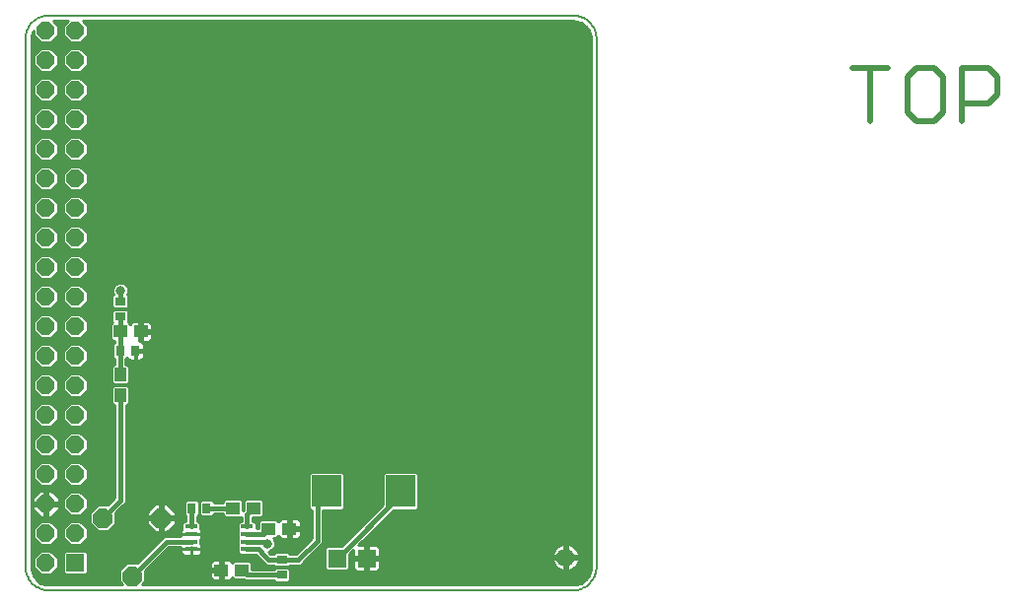
<source format=gtl>
G75*
G70*
%OFA0B0*%
%FSLAX24Y24*%
%IPPOS*%
%LPD*%
%AMOC8*
5,1,8,0,0,1.08239X$1,22.5*
%
%ADD10C,0.0200*%
%ADD11C,0.0079*%
%ADD12R,0.0402X0.0161*%
%ADD13R,0.0354X0.0276*%
%ADD14R,0.0450X0.0400*%
%ADD15R,0.0276X0.0354*%
%ADD16R,0.0400X0.0450*%
%ADD17OC8,0.0660*%
%ADD18R,0.1004X0.1063*%
%ADD19R,0.0594X0.0594*%
%ADD20OC8,0.0600*%
%ADD21R,0.0600X0.0600*%
%ADD22C,0.0620*%
%ADD23C,0.0100*%
%ADD24C,0.0320*%
%ADD25C,0.0160*%
D10*
X028701Y016058D02*
X028701Y017860D01*
X029301Y017860D02*
X028100Y017860D01*
X029942Y017560D02*
X029942Y016359D01*
X030242Y016058D01*
X030842Y016058D01*
X031143Y016359D01*
X031143Y017560D01*
X030842Y017860D01*
X030242Y017860D01*
X029942Y017560D01*
X031783Y017860D02*
X032684Y017860D01*
X032984Y017560D01*
X032984Y016959D01*
X032684Y016659D01*
X031783Y016659D01*
X031783Y016058D02*
X031783Y017860D01*
D11*
X019441Y018860D02*
X019441Y000986D01*
X019439Y000932D01*
X019434Y000879D01*
X019425Y000826D01*
X019412Y000774D01*
X019396Y000722D01*
X019376Y000672D01*
X019353Y000624D01*
X019326Y000577D01*
X019297Y000532D01*
X019264Y000489D01*
X019229Y000449D01*
X019191Y000411D01*
X019151Y000376D01*
X019108Y000343D01*
X019063Y000314D01*
X019016Y000287D01*
X018968Y000264D01*
X018918Y000244D01*
X018866Y000228D01*
X018814Y000215D01*
X018761Y000206D01*
X018708Y000201D01*
X018654Y000199D01*
X018654Y000198D02*
X000937Y000198D01*
X000937Y000199D02*
X000883Y000201D01*
X000830Y000206D01*
X000777Y000215D01*
X000725Y000228D01*
X000673Y000244D01*
X000623Y000264D01*
X000575Y000287D01*
X000528Y000314D01*
X000483Y000343D01*
X000440Y000376D01*
X000400Y000411D01*
X000362Y000449D01*
X000327Y000489D01*
X000294Y000532D01*
X000265Y000577D01*
X000238Y000624D01*
X000215Y000672D01*
X000195Y000722D01*
X000179Y000774D01*
X000166Y000826D01*
X000157Y000879D01*
X000152Y000932D01*
X000150Y000986D01*
X000150Y018860D01*
X000152Y018914D01*
X000157Y018967D01*
X000166Y019020D01*
X000179Y019072D01*
X000195Y019124D01*
X000215Y019174D01*
X000238Y019222D01*
X000265Y019269D01*
X000294Y019314D01*
X000327Y019357D01*
X000362Y019397D01*
X000400Y019435D01*
X000440Y019470D01*
X000483Y019503D01*
X000528Y019532D01*
X000575Y019559D01*
X000623Y019582D01*
X000673Y019602D01*
X000725Y019618D01*
X000777Y019631D01*
X000830Y019640D01*
X000883Y019645D01*
X000937Y019647D01*
X018654Y019647D01*
X018708Y019645D01*
X018761Y019640D01*
X018814Y019631D01*
X018866Y019618D01*
X018918Y019602D01*
X018968Y019582D01*
X019016Y019559D01*
X019063Y019532D01*
X019108Y019503D01*
X019151Y019470D01*
X019191Y019435D01*
X019229Y019397D01*
X019264Y019357D01*
X019297Y019314D01*
X019326Y019269D01*
X019353Y019222D01*
X019376Y019174D01*
X019396Y019124D01*
X019412Y019072D01*
X019425Y019020D01*
X019434Y018967D01*
X019439Y018914D01*
X019441Y018860D01*
D12*
X007635Y002357D03*
X007635Y002101D03*
X007635Y001845D03*
X007635Y001589D03*
X005745Y001589D03*
X005745Y001845D03*
X005745Y002101D03*
X005745Y002357D03*
D13*
X008812Y001239D03*
X008812Y000728D03*
X003347Y009459D03*
X003347Y009971D03*
D14*
X003350Y008955D03*
X004050Y008955D03*
X007162Y002983D03*
X007862Y002983D03*
X008362Y002283D03*
X009062Y002283D03*
X007462Y000883D03*
X006762Y000883D03*
D15*
X006268Y002983D03*
X005756Y002983D03*
X003856Y008305D03*
X003344Y008305D03*
D16*
X003356Y007498D03*
X003356Y006798D03*
D17*
X002760Y002651D03*
X004728Y002651D03*
X003744Y000683D03*
D18*
X010320Y003557D03*
X012820Y003557D03*
D19*
X011674Y001285D03*
X010674Y001285D03*
D20*
X001829Y002134D03*
X000829Y002134D03*
X000829Y001134D03*
X000829Y003134D03*
X001829Y003134D03*
X001829Y004134D03*
X000829Y004134D03*
X000829Y005134D03*
X001829Y005134D03*
X001829Y006134D03*
X000829Y006134D03*
X000829Y007134D03*
X001829Y007134D03*
X001829Y008134D03*
X000829Y008134D03*
X000829Y009134D03*
X001829Y009134D03*
X001829Y010134D03*
X000829Y010134D03*
X000829Y011134D03*
X001829Y011134D03*
X001829Y012134D03*
X000829Y012134D03*
X000829Y013134D03*
X001829Y013134D03*
X001829Y014134D03*
X000829Y014134D03*
X000829Y015134D03*
X001829Y015134D03*
X001829Y016134D03*
X000829Y016134D03*
X000829Y017134D03*
X001829Y017134D03*
X001829Y018134D03*
X000829Y018134D03*
X000829Y019134D03*
X001829Y019134D03*
D21*
X001829Y001134D03*
D22*
X018399Y001317D03*
D23*
X000515Y000563D02*
X000405Y000714D01*
X000347Y000892D01*
X000339Y000986D01*
X000339Y018860D01*
X000347Y018953D01*
X000405Y019131D01*
X000419Y019152D01*
X000419Y018965D01*
X000660Y018724D01*
X000999Y018724D01*
X001239Y018965D01*
X001239Y019304D01*
X001086Y019458D01*
X001573Y019458D01*
X001419Y019304D01*
X001419Y018965D01*
X001660Y018724D01*
X001999Y018724D01*
X002239Y018965D01*
X002239Y019304D01*
X002086Y019458D01*
X018654Y019458D01*
X018747Y019451D01*
X018925Y019393D01*
X019077Y019283D01*
X019187Y019131D01*
X019245Y018953D01*
X019252Y018860D01*
X019252Y000986D01*
X019245Y000892D01*
X019187Y000714D01*
X019077Y000563D01*
X018925Y000453D01*
X018747Y000395D01*
X018654Y000388D01*
X004072Y000388D01*
X004184Y000500D01*
X004184Y000854D01*
X004985Y001655D01*
X005395Y001655D01*
X005395Y001589D01*
X005395Y001489D01*
X005405Y001451D01*
X005425Y001416D01*
X005452Y001388D01*
X005487Y001369D01*
X005525Y001358D01*
X005745Y001358D01*
X005745Y001589D01*
X005395Y001589D01*
X005745Y001589D01*
X005745Y001589D01*
X005745Y001589D01*
X005745Y001654D01*
X005745Y001654D01*
X005745Y001589D01*
X005745Y001589D01*
X005745Y001358D01*
X005966Y001358D01*
X006004Y001369D01*
X006038Y001388D01*
X006066Y001416D01*
X006086Y001451D01*
X006096Y001489D01*
X006096Y001589D01*
X005745Y001589D01*
X005745Y001589D01*
X006096Y001589D01*
X006096Y001690D01*
X006086Y001728D01*
X006066Y001762D01*
X006056Y001772D01*
X006056Y001918D01*
X006066Y001928D01*
X006086Y001962D01*
X006096Y002000D01*
X006096Y002101D01*
X006096Y002201D01*
X006086Y002240D01*
X006066Y002274D01*
X006056Y002284D01*
X006056Y002483D01*
X005992Y002548D01*
X005946Y002548D01*
X005946Y002703D01*
X006004Y002761D01*
X006004Y003206D01*
X005940Y003271D01*
X005573Y003271D01*
X005509Y003206D01*
X005509Y002761D01*
X005566Y002703D01*
X005566Y002548D01*
X005499Y002548D01*
X005435Y002483D01*
X005435Y002284D01*
X005425Y002274D01*
X005405Y002240D01*
X005395Y002201D01*
X005395Y002101D01*
X005745Y002101D01*
X005745Y002101D01*
X005395Y002101D01*
X005395Y002035D01*
X004828Y002035D01*
X003916Y001123D01*
X003562Y001123D01*
X003304Y000865D01*
X003304Y000500D01*
X003417Y000388D01*
X000937Y000388D01*
X000844Y000395D01*
X000666Y000453D01*
X000515Y000563D01*
X000493Y000592D02*
X003304Y000592D01*
X003311Y000494D02*
X000610Y000494D01*
X000660Y000724D02*
X000999Y000724D01*
X001239Y000965D01*
X001239Y001304D01*
X000999Y001544D01*
X000660Y001544D01*
X000419Y001304D01*
X000419Y000965D01*
X000660Y000724D01*
X000595Y000789D02*
X000380Y000789D01*
X000348Y000888D02*
X000496Y000888D01*
X000419Y000986D02*
X000339Y000986D01*
X000339Y001085D02*
X000419Y001085D01*
X000419Y001183D02*
X000339Y001183D01*
X000339Y001282D02*
X000419Y001282D01*
X000496Y001380D02*
X000339Y001380D01*
X000339Y001479D02*
X000594Y001479D01*
X000660Y001724D02*
X000999Y001724D01*
X001239Y001965D01*
X001239Y002304D01*
X000999Y002544D01*
X000660Y002544D01*
X000419Y002304D01*
X000419Y001965D01*
X000660Y001724D01*
X000610Y001774D02*
X000339Y001774D01*
X000339Y001676D02*
X004469Y001676D01*
X004567Y001774D02*
X002049Y001774D01*
X001999Y001724D02*
X002239Y001965D01*
X002239Y002304D01*
X001999Y002544D01*
X001660Y002544D01*
X001419Y002304D01*
X001419Y001965D01*
X001660Y001724D01*
X001999Y001724D01*
X002148Y001873D02*
X004666Y001873D01*
X004764Y001971D02*
X002239Y001971D01*
X002239Y002070D02*
X005395Y002070D01*
X005395Y002168D02*
X002239Y002168D01*
X002239Y002267D02*
X002522Y002267D01*
X002578Y002211D02*
X002942Y002211D01*
X003200Y002469D01*
X003200Y002823D01*
X003435Y003058D01*
X003546Y003169D01*
X003546Y006463D01*
X003602Y006463D01*
X003666Y006528D01*
X003666Y007069D01*
X003602Y007133D01*
X003111Y007133D01*
X003046Y007069D01*
X003046Y006528D01*
X003111Y006463D01*
X003166Y006463D01*
X003166Y003326D01*
X002931Y003091D01*
X002578Y003091D01*
X002320Y002833D01*
X002320Y002469D01*
X002578Y002211D01*
X002424Y002365D02*
X002178Y002365D01*
X002080Y002464D02*
X002325Y002464D01*
X002320Y002562D02*
X000339Y002562D01*
X000339Y002464D02*
X000579Y002464D01*
X000481Y002365D02*
X000339Y002365D01*
X000339Y002267D02*
X000419Y002267D01*
X000419Y002168D02*
X000339Y002168D01*
X000339Y002070D02*
X000419Y002070D01*
X000419Y001971D02*
X000339Y001971D01*
X000339Y001873D02*
X000511Y001873D01*
X001049Y001774D02*
X001610Y001774D01*
X001511Y001873D02*
X001148Y001873D01*
X001239Y001971D02*
X001419Y001971D01*
X001419Y002070D02*
X001239Y002070D01*
X001239Y002168D02*
X001419Y002168D01*
X001419Y002267D02*
X001239Y002267D01*
X001178Y002365D02*
X001481Y002365D01*
X001579Y002464D02*
X001080Y002464D01*
X001016Y002684D02*
X001279Y002948D01*
X001279Y003084D01*
X000879Y003084D01*
X000879Y002684D01*
X001016Y002684D01*
X001091Y002759D02*
X001625Y002759D01*
X001660Y002724D02*
X001999Y002724D01*
X002239Y002965D01*
X002239Y003304D01*
X001999Y003544D01*
X001660Y003544D01*
X001419Y003304D01*
X001419Y002965D01*
X001660Y002724D01*
X001526Y002858D02*
X001189Y002858D01*
X001279Y002956D02*
X001428Y002956D01*
X001419Y003055D02*
X001279Y003055D01*
X001279Y003184D02*
X001279Y003321D01*
X001016Y003584D01*
X000879Y003584D01*
X000879Y003185D01*
X000779Y003185D01*
X000779Y003584D01*
X000643Y003584D01*
X000379Y003321D01*
X000379Y003184D01*
X000779Y003184D01*
X000779Y003084D01*
X000379Y003084D01*
X000379Y002948D01*
X000643Y002684D01*
X000779Y002684D01*
X000779Y003084D01*
X000879Y003084D01*
X000879Y003184D01*
X001279Y003184D01*
X001279Y003252D02*
X001419Y003252D01*
X001419Y003153D02*
X000879Y003153D01*
X000879Y003055D02*
X000779Y003055D01*
X000779Y003153D02*
X000339Y003153D01*
X000339Y003055D02*
X000379Y003055D01*
X000379Y002956D02*
X000339Y002956D01*
X000339Y002858D02*
X000470Y002858D01*
X000568Y002759D02*
X000339Y002759D01*
X000339Y002661D02*
X002320Y002661D01*
X002320Y002759D02*
X002034Y002759D01*
X002133Y002858D02*
X002344Y002858D01*
X002443Y002956D02*
X002231Y002956D01*
X002239Y003055D02*
X002541Y003055D01*
X002239Y003153D02*
X002993Y003153D01*
X003092Y003252D02*
X002239Y003252D01*
X002193Y003350D02*
X003166Y003350D01*
X003166Y003449D02*
X002095Y003449D01*
X001999Y003724D02*
X001660Y003724D01*
X001419Y003965D01*
X001419Y004304D01*
X001660Y004544D01*
X001999Y004544D01*
X002239Y004304D01*
X002239Y003965D01*
X001999Y003724D01*
X002019Y003744D02*
X003166Y003744D01*
X003166Y003646D02*
X000339Y003646D01*
X000339Y003744D02*
X000640Y003744D01*
X000660Y003724D02*
X000999Y003724D01*
X001239Y003965D01*
X001239Y004304D01*
X000999Y004544D01*
X000660Y004544D01*
X000419Y004304D01*
X000419Y003965D01*
X000660Y003724D01*
X000541Y003843D02*
X000339Y003843D01*
X000339Y003941D02*
X000443Y003941D01*
X000419Y004040D02*
X000339Y004040D01*
X000339Y004138D02*
X000419Y004138D01*
X000419Y004237D02*
X000339Y004237D01*
X000339Y004335D02*
X000451Y004335D01*
X000549Y004434D02*
X000339Y004434D01*
X000339Y004532D02*
X000648Y004532D01*
X000660Y004724D02*
X000999Y004724D01*
X001239Y004965D01*
X001239Y005304D01*
X000999Y005544D01*
X000660Y005544D01*
X000419Y005304D01*
X000419Y004965D01*
X000660Y004724D01*
X000655Y004729D02*
X000339Y004729D01*
X000339Y004631D02*
X003166Y004631D01*
X003166Y004729D02*
X002004Y004729D01*
X001999Y004724D02*
X002239Y004965D01*
X002239Y005304D01*
X001999Y005544D01*
X001660Y005544D01*
X001419Y005304D01*
X001419Y004965D01*
X001660Y004724D01*
X001999Y004724D01*
X002103Y004828D02*
X003166Y004828D01*
X003166Y004926D02*
X002201Y004926D01*
X002239Y005025D02*
X003166Y005025D01*
X003166Y005123D02*
X002239Y005123D01*
X002239Y005222D02*
X003166Y005222D01*
X003166Y005320D02*
X002223Y005320D01*
X002125Y005419D02*
X003166Y005419D01*
X003166Y005517D02*
X002026Y005517D01*
X001999Y005724D02*
X001660Y005724D01*
X001419Y005965D01*
X001419Y006304D01*
X001660Y006544D01*
X001999Y006544D01*
X002239Y006304D01*
X002239Y005965D01*
X001999Y005724D01*
X002088Y005813D02*
X003166Y005813D01*
X003166Y005911D02*
X002186Y005911D01*
X002239Y006010D02*
X003166Y006010D01*
X003166Y006108D02*
X002239Y006108D01*
X002239Y006207D02*
X003166Y006207D01*
X003166Y006305D02*
X002238Y006305D01*
X002140Y006404D02*
X003166Y006404D01*
X003072Y006502D02*
X002041Y006502D01*
X001999Y006724D02*
X001660Y006724D01*
X001419Y006965D01*
X001419Y007304D01*
X001660Y007544D01*
X001999Y007544D01*
X002239Y007304D01*
X002239Y006965D01*
X001999Y006724D01*
X002073Y006798D02*
X003046Y006798D01*
X003046Y006896D02*
X002171Y006896D01*
X002239Y006995D02*
X003046Y006995D01*
X003071Y007093D02*
X002239Y007093D01*
X002239Y007192D02*
X003082Y007192D01*
X003111Y007163D02*
X003602Y007163D01*
X003666Y007228D01*
X003666Y007769D01*
X003602Y007833D01*
X003534Y007833D01*
X003534Y008024D01*
X003579Y008069D01*
X003598Y008035D01*
X003626Y008008D01*
X003660Y007988D01*
X003698Y007978D01*
X003837Y007978D01*
X003837Y008286D01*
X003875Y008286D01*
X003875Y008324D01*
X004144Y008324D01*
X004144Y008502D01*
X004133Y008540D01*
X004114Y008574D01*
X004086Y008602D01*
X004052Y008622D01*
X004013Y008632D01*
X004000Y008632D01*
X004000Y008905D01*
X004100Y008905D01*
X004100Y009005D01*
X004000Y009005D01*
X004000Y009305D01*
X003805Y009305D01*
X003767Y009295D01*
X003733Y009275D01*
X003705Y009247D01*
X003685Y009213D01*
X003683Y009203D01*
X003622Y009263D01*
X003635Y009275D01*
X003635Y009642D01*
X003570Y009707D01*
X003125Y009707D01*
X003060Y009642D01*
X003060Y009275D01*
X003075Y009260D01*
X002239Y009260D01*
X002239Y009304D02*
X001999Y009544D01*
X001660Y009544D01*
X001419Y009304D01*
X001419Y008965D01*
X001239Y008965D01*
X000999Y008724D01*
X000660Y008724D01*
X000419Y008965D01*
X000339Y008965D01*
X000419Y008965D02*
X000419Y009304D01*
X000660Y009544D01*
X000999Y009544D01*
X001239Y009304D01*
X001239Y008965D01*
X001239Y009063D02*
X001419Y009063D01*
X001419Y008965D02*
X001660Y008724D01*
X001999Y008724D01*
X002239Y008965D01*
X003015Y008965D01*
X003015Y009063D02*
X002239Y009063D01*
X002239Y008965D02*
X002239Y009304D01*
X002185Y009359D02*
X003060Y009359D01*
X003060Y009457D02*
X002086Y009457D01*
X001999Y009724D02*
X001660Y009724D01*
X001419Y009965D01*
X001419Y010304D01*
X001660Y010544D01*
X001999Y010544D01*
X002239Y010304D01*
X002239Y009965D01*
X001999Y009724D01*
X002028Y009753D02*
X003095Y009753D01*
X003125Y009723D02*
X003060Y009787D01*
X003060Y010154D01*
X003125Y010218D01*
X003126Y010218D01*
X003093Y010297D01*
X003093Y010404D01*
X003134Y010503D01*
X003210Y010579D01*
X003310Y010620D01*
X003417Y010620D01*
X003516Y010579D01*
X003592Y010503D01*
X003633Y010404D01*
X003633Y010297D01*
X003592Y010197D01*
X003592Y010197D01*
X003635Y010154D01*
X003635Y009787D01*
X003570Y009723D01*
X003125Y009723D01*
X003073Y009654D02*
X000339Y009654D01*
X000339Y009556D02*
X003060Y009556D01*
X003075Y009260D02*
X003015Y009200D01*
X003015Y008709D01*
X003079Y008645D01*
X003160Y008645D01*
X003160Y008591D01*
X003096Y008527D01*
X003096Y008082D01*
X003154Y008024D01*
X003154Y007833D01*
X003111Y007833D01*
X003046Y007769D01*
X003046Y007228D01*
X003111Y007163D01*
X003046Y007290D02*
X002239Y007290D01*
X002155Y007389D02*
X003046Y007389D01*
X003046Y007487D02*
X002056Y007487D01*
X001999Y007724D02*
X001660Y007724D01*
X001419Y007965D01*
X001419Y008304D01*
X001660Y008544D01*
X001999Y008544D01*
X002239Y008304D01*
X002239Y007965D01*
X001999Y007724D01*
X002058Y007783D02*
X003060Y007783D01*
X003046Y007684D02*
X000339Y007684D01*
X000339Y007586D02*
X003046Y007586D01*
X003154Y007881D02*
X002156Y007881D01*
X002239Y007980D02*
X003154Y007980D01*
X003100Y008078D02*
X002239Y008078D01*
X002239Y008177D02*
X003096Y008177D01*
X003096Y008275D02*
X002239Y008275D01*
X002170Y008374D02*
X003096Y008374D01*
X003096Y008472D02*
X002071Y008472D01*
X002043Y008768D02*
X003015Y008768D01*
X003015Y008866D02*
X002141Y008866D01*
X002239Y009162D02*
X003015Y009162D01*
X003055Y008669D02*
X000339Y008669D01*
X000339Y008571D02*
X003140Y008571D01*
X003837Y008275D02*
X003875Y008275D01*
X003875Y008286D02*
X003875Y007978D01*
X004013Y007978D01*
X004052Y007988D01*
X004086Y008008D01*
X004114Y008035D01*
X004133Y008070D01*
X004144Y008108D01*
X004144Y008286D01*
X003875Y008286D01*
X003875Y008177D02*
X003837Y008177D01*
X003837Y008078D02*
X003875Y008078D01*
X003875Y007980D02*
X003837Y007980D01*
X003689Y007980D02*
X003534Y007980D01*
X003534Y007881D02*
X019252Y007881D01*
X019252Y007783D02*
X003652Y007783D01*
X003666Y007684D02*
X019252Y007684D01*
X019252Y007586D02*
X003666Y007586D01*
X003666Y007487D02*
X019252Y007487D01*
X019252Y007389D02*
X003666Y007389D01*
X003666Y007290D02*
X019252Y007290D01*
X019252Y007192D02*
X003630Y007192D01*
X003642Y007093D02*
X019252Y007093D01*
X019252Y006995D02*
X003666Y006995D01*
X003666Y006896D02*
X019252Y006896D01*
X019252Y006798D02*
X003666Y006798D01*
X003666Y006699D02*
X019252Y006699D01*
X019252Y006601D02*
X003666Y006601D01*
X003641Y006502D02*
X019252Y006502D01*
X019252Y006404D02*
X003546Y006404D01*
X003546Y006305D02*
X019252Y006305D01*
X019252Y006207D02*
X003546Y006207D01*
X003546Y006108D02*
X019252Y006108D01*
X019252Y006010D02*
X003546Y006010D01*
X003546Y005911D02*
X019252Y005911D01*
X019252Y005813D02*
X003546Y005813D01*
X003546Y005714D02*
X019252Y005714D01*
X019252Y005616D02*
X003546Y005616D01*
X003546Y005517D02*
X019252Y005517D01*
X019252Y005419D02*
X003546Y005419D01*
X003546Y005320D02*
X019252Y005320D01*
X019252Y005222D02*
X003546Y005222D01*
X003546Y005123D02*
X019252Y005123D01*
X019252Y005025D02*
X003546Y005025D01*
X003546Y004926D02*
X019252Y004926D01*
X019252Y004828D02*
X003546Y004828D01*
X003546Y004729D02*
X019252Y004729D01*
X019252Y004631D02*
X003546Y004631D01*
X003546Y004532D02*
X019252Y004532D01*
X019252Y004434D02*
X003546Y004434D01*
X003546Y004335D02*
X019252Y004335D01*
X019252Y004237D02*
X003546Y004237D01*
X003546Y004138D02*
X009712Y004138D01*
X009708Y004134D02*
X009708Y002980D01*
X009772Y002916D01*
X009822Y002916D01*
X009822Y001962D01*
X009289Y001429D01*
X009093Y001429D01*
X009035Y001487D01*
X008589Y001487D01*
X008532Y001429D01*
X008435Y001429D01*
X008351Y001513D01*
X008366Y001513D01*
X008465Y001555D01*
X008541Y001631D01*
X008582Y001730D01*
X008582Y001837D01*
X008541Y001936D01*
X008504Y001973D01*
X008633Y001973D01*
X008695Y002035D01*
X008697Y002026D01*
X008717Y001991D01*
X008745Y001963D01*
X008779Y001944D01*
X008817Y001933D01*
X009012Y001933D01*
X009012Y002233D01*
X009112Y002233D01*
X009112Y001933D01*
X009307Y001933D01*
X009345Y001944D01*
X009379Y001963D01*
X009407Y001991D01*
X009427Y002026D01*
X009437Y002064D01*
X009437Y002233D01*
X009112Y002233D01*
X009112Y002333D01*
X009437Y002333D01*
X009437Y002503D01*
X009427Y002541D01*
X009407Y002576D01*
X009379Y002603D01*
X009345Y002623D01*
X009307Y002633D01*
X009112Y002633D01*
X009112Y002333D01*
X009012Y002333D01*
X009012Y002633D01*
X008817Y002633D01*
X008779Y002623D01*
X008745Y002603D01*
X008717Y002576D01*
X008697Y002541D01*
X008695Y002531D01*
X008633Y002593D01*
X008092Y002593D01*
X008027Y002529D01*
X008027Y002291D01*
X007946Y002291D01*
X007946Y002483D01*
X007881Y002548D01*
X007825Y002548D01*
X007825Y002673D01*
X008133Y002673D01*
X008197Y002738D01*
X008197Y003229D01*
X008133Y003293D01*
X007592Y003293D01*
X007527Y003229D01*
X007527Y002917D01*
X007497Y002887D01*
X007497Y003229D01*
X007433Y003293D01*
X006892Y003293D01*
X006827Y003229D01*
X006827Y003173D01*
X006516Y003173D01*
X006516Y003206D01*
X006451Y003271D01*
X006085Y003271D01*
X006020Y003206D01*
X006020Y002761D01*
X006085Y002696D01*
X006451Y002696D01*
X006516Y002761D01*
X006516Y002793D01*
X006827Y002793D01*
X006827Y002738D01*
X006892Y002673D01*
X007433Y002673D01*
X007445Y002686D01*
X007445Y002548D01*
X007389Y002548D01*
X007324Y002483D01*
X007324Y002231D01*
X007326Y002229D01*
X007324Y002227D01*
X007324Y001975D01*
X007326Y001973D01*
X007324Y001971D01*
X007324Y001719D01*
X007326Y001717D01*
X007324Y001715D01*
X007324Y001463D01*
X007389Y001398D01*
X007881Y001398D01*
X007882Y001399D01*
X007928Y001399D01*
X008022Y001305D01*
X008166Y001161D01*
X008278Y001049D01*
X008532Y001049D01*
X008589Y000992D01*
X009035Y000992D01*
X009093Y001049D01*
X009447Y001049D01*
X009558Y001161D01*
X010202Y001805D01*
X010202Y002916D01*
X010867Y002916D01*
X010932Y002980D01*
X010932Y004134D01*
X010867Y004199D01*
X009772Y004199D01*
X009708Y004134D01*
X009708Y004040D02*
X003546Y004040D01*
X003546Y003941D02*
X009708Y003941D01*
X009708Y003843D02*
X003546Y003843D01*
X003546Y003744D02*
X009708Y003744D01*
X009708Y003646D02*
X003546Y003646D01*
X003546Y003547D02*
X009708Y003547D01*
X009708Y003449D02*
X003546Y003449D01*
X003546Y003350D02*
X009708Y003350D01*
X009708Y003252D02*
X008174Y003252D01*
X008197Y003153D02*
X009708Y003153D01*
X009708Y003055D02*
X008197Y003055D01*
X008197Y002956D02*
X009731Y002956D01*
X009822Y002858D02*
X008197Y002858D01*
X008197Y002759D02*
X009822Y002759D01*
X009822Y002661D02*
X007825Y002661D01*
X007825Y002562D02*
X008061Y002562D01*
X008027Y002464D02*
X007946Y002464D01*
X007946Y002365D02*
X008027Y002365D01*
X008664Y002562D02*
X008710Y002562D01*
X009012Y002562D02*
X009112Y002562D01*
X009112Y002464D02*
X009012Y002464D01*
X009012Y002365D02*
X009112Y002365D01*
X009112Y002267D02*
X009822Y002267D01*
X009822Y002365D02*
X009437Y002365D01*
X009437Y002464D02*
X009822Y002464D01*
X009822Y002562D02*
X009415Y002562D01*
X009437Y002168D02*
X009822Y002168D01*
X009822Y002070D02*
X009437Y002070D01*
X009387Y001971D02*
X009822Y001971D01*
X009733Y001873D02*
X008567Y001873D01*
X008582Y001774D02*
X009634Y001774D01*
X009536Y001676D02*
X008560Y001676D01*
X008488Y001577D02*
X009437Y001577D01*
X009339Y001479D02*
X009043Y001479D01*
X008581Y001479D02*
X008385Y001479D01*
X008045Y001282D02*
X004612Y001282D01*
X004514Y001183D02*
X006425Y001183D01*
X006417Y001176D02*
X006397Y001141D01*
X006387Y001103D01*
X006387Y000933D01*
X006712Y000933D01*
X006712Y000833D01*
X006812Y000833D01*
X006812Y000533D01*
X007007Y000533D01*
X007045Y000544D01*
X007079Y000563D01*
X007107Y000591D01*
X007127Y000626D01*
X007130Y000635D01*
X007192Y000573D01*
X007504Y000573D01*
X007539Y000538D01*
X008532Y000538D01*
X008589Y000480D01*
X009035Y000480D01*
X009099Y000544D01*
X009099Y000911D01*
X009035Y000975D01*
X008589Y000975D01*
X008532Y000918D01*
X007797Y000918D01*
X007797Y001129D01*
X007733Y001193D01*
X007192Y001193D01*
X007130Y001131D01*
X007127Y001141D01*
X007107Y001176D01*
X007079Y001203D01*
X007045Y001223D01*
X007007Y001233D01*
X006812Y001233D01*
X006812Y000933D01*
X006712Y000933D01*
X006712Y001233D01*
X006517Y001233D01*
X006479Y001223D01*
X006445Y001203D01*
X006417Y001176D01*
X006387Y001085D02*
X004415Y001085D01*
X004317Y000986D02*
X006387Y000986D01*
X006387Y000833D02*
X006387Y000664D01*
X006397Y000626D01*
X006417Y000591D01*
X006445Y000563D01*
X006479Y000544D01*
X006517Y000533D01*
X006712Y000533D01*
X006712Y000833D01*
X006387Y000833D01*
X006387Y000789D02*
X004184Y000789D01*
X004184Y000691D02*
X006387Y000691D01*
X006417Y000592D02*
X004184Y000592D01*
X004178Y000494D02*
X008575Y000494D01*
X009049Y000494D02*
X018982Y000494D01*
X019098Y000592D02*
X009099Y000592D01*
X009099Y000691D02*
X019170Y000691D01*
X019211Y000789D02*
X009099Y000789D01*
X009099Y000888D02*
X010321Y000888D01*
X010331Y000878D02*
X011016Y000878D01*
X011080Y000943D01*
X011080Y001423D01*
X011227Y001569D01*
X011227Y001333D01*
X011625Y001333D01*
X011625Y001237D01*
X011227Y001237D01*
X011227Y000968D01*
X011237Y000930D01*
X011257Y000896D01*
X011285Y000868D01*
X011319Y000848D01*
X011357Y000838D01*
X011625Y000838D01*
X011625Y001237D01*
X011722Y001237D01*
X011722Y001333D01*
X012120Y001333D01*
X012120Y001602D01*
X012110Y001640D01*
X012091Y001674D01*
X012063Y001702D01*
X012028Y001722D01*
X011990Y001732D01*
X011722Y001732D01*
X011722Y001333D01*
X011625Y001333D01*
X011625Y001732D01*
X011389Y001732D01*
X012573Y002916D01*
X013367Y002916D01*
X013432Y002980D01*
X013432Y004134D01*
X013367Y004199D01*
X012272Y004199D01*
X012208Y004134D01*
X012208Y003088D01*
X010812Y001692D01*
X010331Y001692D01*
X010267Y001627D01*
X010267Y000943D01*
X010331Y000878D01*
X010267Y000986D02*
X007797Y000986D01*
X007797Y001085D02*
X008242Y001085D01*
X008144Y001183D02*
X007743Y001183D01*
X007947Y001380D02*
X006024Y001380D01*
X006094Y001479D02*
X007324Y001479D01*
X007324Y001577D02*
X006096Y001577D01*
X006096Y001676D02*
X007324Y001676D01*
X007324Y001774D02*
X006056Y001774D01*
X006056Y001873D02*
X007324Y001873D01*
X007324Y001971D02*
X006088Y001971D01*
X006096Y002070D02*
X007324Y002070D01*
X007324Y002168D02*
X006096Y002168D01*
X006096Y002101D02*
X005745Y002101D01*
X005745Y002101D01*
X006096Y002101D01*
X006070Y002267D02*
X007324Y002267D01*
X007324Y002365D02*
X006056Y002365D01*
X006056Y002464D02*
X007324Y002464D01*
X007445Y002562D02*
X005946Y002562D01*
X005946Y002661D02*
X007445Y002661D01*
X007497Y002956D02*
X007527Y002956D01*
X007527Y003055D02*
X007497Y003055D01*
X007497Y003153D02*
X007527Y003153D01*
X007550Y003252D02*
X007474Y003252D01*
X006850Y003252D02*
X006470Y003252D01*
X006066Y003252D02*
X005958Y003252D01*
X006004Y003153D02*
X006020Y003153D01*
X006020Y003055D02*
X006004Y003055D01*
X006004Y002956D02*
X006020Y002956D01*
X006020Y002858D02*
X006004Y002858D01*
X006003Y002759D02*
X006022Y002759D01*
X005566Y002661D02*
X004777Y002661D01*
X004777Y002700D02*
X005208Y002700D01*
X005208Y002850D01*
X004927Y003131D01*
X004777Y003131D01*
X004777Y002700D01*
X004680Y002700D01*
X004680Y003131D01*
X004530Y003131D01*
X004248Y002850D01*
X004248Y002700D01*
X004680Y002700D01*
X004680Y002603D01*
X004248Y002603D01*
X004248Y002452D01*
X004530Y002171D01*
X004680Y002171D01*
X004680Y002603D01*
X004777Y002603D01*
X004777Y002700D01*
X004777Y002759D02*
X004680Y002759D01*
X004680Y002661D02*
X003200Y002661D01*
X003200Y002759D02*
X004248Y002759D01*
X004256Y002858D02*
X003235Y002858D01*
X003334Y002956D02*
X004355Y002956D01*
X004453Y003055D02*
X003432Y003055D01*
X003531Y003153D02*
X005509Y003153D01*
X005509Y003055D02*
X005004Y003055D01*
X005102Y002956D02*
X005509Y002956D01*
X005509Y002858D02*
X005201Y002858D01*
X005208Y002759D02*
X005510Y002759D01*
X005566Y002562D02*
X005208Y002562D01*
X005208Y002603D02*
X004777Y002603D01*
X004777Y002171D01*
X004927Y002171D01*
X005208Y002452D01*
X005208Y002603D01*
X005208Y002464D02*
X005435Y002464D01*
X005435Y002365D02*
X005121Y002365D01*
X005023Y002267D02*
X005421Y002267D01*
X004777Y002267D02*
X004680Y002267D01*
X004680Y002365D02*
X004777Y002365D01*
X004777Y002464D02*
X004680Y002464D01*
X004680Y002562D02*
X004777Y002562D01*
X004434Y002267D02*
X002998Y002267D01*
X003096Y002365D02*
X004335Y002365D01*
X004248Y002464D02*
X003195Y002464D01*
X003200Y002562D02*
X004248Y002562D01*
X004680Y002858D02*
X004777Y002858D01*
X004777Y002956D02*
X004680Y002956D01*
X004680Y003055D02*
X004777Y003055D01*
X005554Y003252D02*
X003546Y003252D01*
X003166Y003547D02*
X001053Y003547D01*
X001151Y003449D02*
X001564Y003449D01*
X001466Y003350D02*
X001250Y003350D01*
X000879Y003350D02*
X000779Y003350D01*
X000779Y003252D02*
X000879Y003252D01*
X000879Y003449D02*
X000779Y003449D01*
X000779Y003547D02*
X000879Y003547D01*
X001019Y003744D02*
X001640Y003744D01*
X001541Y003843D02*
X001118Y003843D01*
X001216Y003941D02*
X001443Y003941D01*
X001419Y004040D02*
X001239Y004040D01*
X001239Y004138D02*
X001419Y004138D01*
X001419Y004237D02*
X001239Y004237D01*
X001208Y004335D02*
X001451Y004335D01*
X001549Y004434D02*
X001110Y004434D01*
X001011Y004532D02*
X001648Y004532D01*
X001655Y004729D02*
X001004Y004729D01*
X001103Y004828D02*
X001556Y004828D01*
X001458Y004926D02*
X001201Y004926D01*
X001239Y005025D02*
X001419Y005025D01*
X001419Y005123D02*
X001239Y005123D01*
X001239Y005222D02*
X001419Y005222D01*
X001436Y005320D02*
X001223Y005320D01*
X001125Y005419D02*
X001534Y005419D01*
X001633Y005517D02*
X001026Y005517D01*
X000999Y005724D02*
X000660Y005724D01*
X000419Y005965D01*
X000419Y006304D01*
X000660Y006544D01*
X000999Y006544D01*
X001239Y006304D01*
X001239Y005965D01*
X000999Y005724D01*
X001088Y005813D02*
X001571Y005813D01*
X001473Y005911D02*
X001186Y005911D01*
X001239Y006010D02*
X001419Y006010D01*
X001419Y006108D02*
X001239Y006108D01*
X001239Y006207D02*
X001419Y006207D01*
X001421Y006305D02*
X001238Y006305D01*
X001140Y006404D02*
X001519Y006404D01*
X001618Y006502D02*
X001041Y006502D01*
X000999Y006724D02*
X000660Y006724D01*
X000419Y006965D01*
X000419Y007304D01*
X000660Y007544D01*
X000999Y007544D01*
X001239Y007304D01*
X001239Y006965D01*
X000999Y006724D01*
X001073Y006798D02*
X001586Y006798D01*
X001488Y006896D02*
X001171Y006896D01*
X001239Y006995D02*
X001419Y006995D01*
X001419Y007093D02*
X001239Y007093D01*
X001239Y007192D02*
X001419Y007192D01*
X001419Y007290D02*
X001239Y007290D01*
X001155Y007389D02*
X001504Y007389D01*
X001603Y007487D02*
X001056Y007487D01*
X000999Y007724D02*
X000660Y007724D01*
X000419Y007965D01*
X000419Y008304D01*
X000660Y008544D01*
X000999Y008544D01*
X001239Y008304D01*
X001239Y007965D01*
X000999Y007724D01*
X001058Y007783D02*
X001601Y007783D01*
X001503Y007881D02*
X001156Y007881D01*
X001239Y007980D02*
X001419Y007980D01*
X001419Y008078D02*
X001239Y008078D01*
X001239Y008177D02*
X001419Y008177D01*
X001419Y008275D02*
X001239Y008275D01*
X001170Y008374D02*
X001489Y008374D01*
X001588Y008472D02*
X001071Y008472D01*
X001043Y008768D02*
X001616Y008768D01*
X001518Y008866D02*
X001141Y008866D01*
X001239Y009162D02*
X001419Y009162D01*
X001419Y009260D02*
X001239Y009260D01*
X001185Y009359D02*
X001474Y009359D01*
X001573Y009457D02*
X001086Y009457D01*
X000999Y009724D02*
X000660Y009724D01*
X000419Y009965D01*
X000419Y010304D01*
X000660Y010544D01*
X000999Y010544D01*
X001239Y010304D01*
X001239Y009965D01*
X000999Y009724D01*
X001028Y009753D02*
X001631Y009753D01*
X001533Y009851D02*
X001126Y009851D01*
X001225Y009950D02*
X001434Y009950D01*
X001419Y010048D02*
X001239Y010048D01*
X001239Y010147D02*
X001419Y010147D01*
X001419Y010245D02*
X001239Y010245D01*
X001200Y010344D02*
X001459Y010344D01*
X001558Y010442D02*
X001101Y010442D01*
X001003Y010541D02*
X001656Y010541D01*
X001660Y010724D02*
X001999Y010724D01*
X002239Y010965D01*
X002239Y011304D01*
X001999Y011544D01*
X001660Y011544D01*
X001419Y011304D01*
X001419Y010965D01*
X001660Y010724D01*
X001646Y010738D02*
X001013Y010738D01*
X000999Y010724D02*
X001239Y010965D01*
X001239Y011304D01*
X000999Y011544D01*
X000660Y011544D01*
X000419Y011304D01*
X000419Y010965D01*
X000660Y010724D01*
X000999Y010724D01*
X001111Y010836D02*
X001548Y010836D01*
X001449Y010935D02*
X001210Y010935D01*
X001239Y011033D02*
X001419Y011033D01*
X001419Y011132D02*
X001239Y011132D01*
X001239Y011230D02*
X001419Y011230D01*
X001444Y011329D02*
X001215Y011329D01*
X001116Y011427D02*
X001543Y011427D01*
X001641Y011526D02*
X001018Y011526D01*
X000999Y011724D02*
X000660Y011724D01*
X000419Y011965D01*
X000419Y012304D01*
X000660Y012544D01*
X000999Y012544D01*
X001239Y012304D01*
X001239Y011965D01*
X000999Y011724D01*
X001096Y011821D02*
X001563Y011821D01*
X001660Y011724D02*
X001419Y011965D01*
X001419Y012304D01*
X001660Y012544D01*
X001999Y012544D01*
X002239Y012304D01*
X002239Y011965D01*
X001999Y011724D01*
X001660Y011724D01*
X001464Y011920D02*
X001195Y011920D01*
X001239Y012018D02*
X001419Y012018D01*
X001419Y012117D02*
X001239Y012117D01*
X001239Y012215D02*
X001419Y012215D01*
X001429Y012314D02*
X001230Y012314D01*
X001131Y012412D02*
X001528Y012412D01*
X001626Y012511D02*
X001033Y012511D01*
X000999Y012724D02*
X000660Y012724D01*
X000419Y012965D01*
X000419Y013304D01*
X000660Y013544D01*
X000999Y013544D01*
X001239Y013304D01*
X001239Y012965D01*
X000999Y012724D01*
X001081Y012806D02*
X001578Y012806D01*
X001660Y012724D02*
X001419Y012965D01*
X001419Y013304D01*
X001660Y013544D01*
X001999Y013544D01*
X002239Y013304D01*
X002239Y012965D01*
X001999Y012724D01*
X001660Y012724D01*
X001479Y012905D02*
X001180Y012905D01*
X001239Y013003D02*
X001419Y013003D01*
X001419Y013102D02*
X001239Y013102D01*
X001239Y013200D02*
X001419Y013200D01*
X001419Y013299D02*
X001239Y013299D01*
X001146Y013397D02*
X001513Y013397D01*
X001611Y013496D02*
X001048Y013496D01*
X000999Y013724D02*
X000660Y013724D01*
X000419Y013965D01*
X000419Y014304D01*
X000660Y014544D01*
X000999Y014544D01*
X001239Y014304D01*
X001239Y013965D01*
X000999Y013724D01*
X001066Y013791D02*
X001593Y013791D01*
X001660Y013724D02*
X001999Y013724D01*
X002239Y013965D01*
X002239Y014304D01*
X001999Y014544D01*
X001660Y014544D01*
X001419Y014304D01*
X001419Y013965D01*
X001660Y013724D01*
X001494Y013890D02*
X001165Y013890D01*
X001239Y013988D02*
X001419Y013988D01*
X001419Y014087D02*
X001239Y014087D01*
X001239Y014185D02*
X001419Y014185D01*
X001419Y014284D02*
X001239Y014284D01*
X001161Y014382D02*
X001498Y014382D01*
X001596Y014481D02*
X001063Y014481D01*
X000999Y014724D02*
X000660Y014724D01*
X000419Y014965D01*
X000419Y015304D01*
X000660Y015544D01*
X000999Y015544D01*
X001239Y015304D01*
X001239Y014965D01*
X000999Y014724D01*
X001051Y014776D02*
X001608Y014776D01*
X001660Y014724D02*
X001999Y014724D01*
X002239Y014965D01*
X002239Y015304D01*
X001999Y015544D01*
X001660Y015544D01*
X001419Y015304D01*
X001419Y014965D01*
X001660Y014724D01*
X001509Y014875D02*
X001150Y014875D01*
X001239Y014973D02*
X001419Y014973D01*
X001419Y015072D02*
X001239Y015072D01*
X001239Y015170D02*
X001419Y015170D01*
X001419Y015269D02*
X001239Y015269D01*
X001176Y015367D02*
X001483Y015367D01*
X001581Y015466D02*
X001078Y015466D01*
X000999Y015724D02*
X000660Y015724D01*
X000419Y015965D01*
X000419Y016304D01*
X000660Y016544D01*
X000999Y016544D01*
X001239Y016304D01*
X001239Y015965D01*
X000999Y015724D01*
X001036Y015761D02*
X001623Y015761D01*
X001660Y015724D02*
X001999Y015724D01*
X002239Y015965D01*
X002239Y016304D01*
X001999Y016544D01*
X001660Y016544D01*
X001419Y016304D01*
X001419Y015965D01*
X001660Y015724D01*
X001524Y015860D02*
X001135Y015860D01*
X001233Y015958D02*
X001426Y015958D01*
X001419Y016057D02*
X001239Y016057D01*
X001239Y016155D02*
X001419Y016155D01*
X001419Y016254D02*
X001239Y016254D01*
X001191Y016352D02*
X001468Y016352D01*
X001566Y016451D02*
X001093Y016451D01*
X000566Y016451D02*
X000339Y016451D01*
X000339Y016549D02*
X019252Y016549D01*
X019252Y016451D02*
X002093Y016451D01*
X002191Y016352D02*
X019252Y016352D01*
X019252Y016254D02*
X002239Y016254D01*
X002239Y016155D02*
X019252Y016155D01*
X019252Y016057D02*
X002239Y016057D01*
X002233Y015958D02*
X019252Y015958D01*
X019252Y015860D02*
X002135Y015860D01*
X002036Y015761D02*
X019252Y015761D01*
X019252Y015663D02*
X000339Y015663D01*
X000339Y015761D02*
X000623Y015761D01*
X000524Y015860D02*
X000339Y015860D01*
X000339Y015958D02*
X000426Y015958D01*
X000419Y016057D02*
X000339Y016057D01*
X000339Y016155D02*
X000419Y016155D01*
X000419Y016254D02*
X000339Y016254D01*
X000339Y016352D02*
X000468Y016352D01*
X000339Y016648D02*
X019252Y016648D01*
X019252Y016746D02*
X002021Y016746D01*
X001999Y016724D02*
X002239Y016965D01*
X002239Y017304D01*
X001999Y017544D01*
X001660Y017544D01*
X001419Y017304D01*
X001419Y016965D01*
X001660Y016724D01*
X001999Y016724D01*
X002120Y016845D02*
X019252Y016845D01*
X019252Y016943D02*
X002218Y016943D01*
X002239Y017042D02*
X019252Y017042D01*
X019252Y017140D02*
X002239Y017140D01*
X002239Y017239D02*
X019252Y017239D01*
X019252Y017337D02*
X002206Y017337D01*
X002108Y017436D02*
X019252Y017436D01*
X019252Y017534D02*
X002009Y017534D01*
X001999Y017724D02*
X001660Y017724D01*
X001419Y017965D01*
X001419Y018304D01*
X001660Y018544D01*
X001999Y018544D01*
X002239Y018304D01*
X002239Y017965D01*
X001999Y017724D01*
X002006Y017731D02*
X019252Y017731D01*
X019252Y017633D02*
X000339Y017633D01*
X000339Y017731D02*
X000653Y017731D01*
X000660Y017724D02*
X000999Y017724D01*
X001239Y017965D01*
X001239Y018304D01*
X000999Y018544D01*
X000660Y018544D01*
X000419Y018304D01*
X000419Y017965D01*
X000660Y017724D01*
X000554Y017830D02*
X000339Y017830D01*
X000339Y017928D02*
X000456Y017928D01*
X000419Y018027D02*
X000339Y018027D01*
X000339Y018125D02*
X000419Y018125D01*
X000419Y018224D02*
X000339Y018224D01*
X000339Y018322D02*
X000438Y018322D01*
X000536Y018421D02*
X000339Y018421D01*
X000339Y018519D02*
X000635Y018519D01*
X000569Y018815D02*
X000339Y018815D01*
X000339Y018716D02*
X019252Y018716D01*
X019252Y018618D02*
X000339Y018618D01*
X000344Y018913D02*
X000471Y018913D01*
X000419Y019012D02*
X000366Y019012D01*
X000398Y019110D02*
X000419Y019110D01*
X001138Y019406D02*
X001521Y019406D01*
X001423Y019307D02*
X001236Y019307D01*
X001239Y019209D02*
X001419Y019209D01*
X001419Y019110D02*
X001239Y019110D01*
X001239Y019012D02*
X001419Y019012D01*
X001471Y018913D02*
X001188Y018913D01*
X001090Y018815D02*
X001569Y018815D01*
X001635Y018519D02*
X001024Y018519D01*
X001123Y018421D02*
X001536Y018421D01*
X001438Y018322D02*
X001221Y018322D01*
X001239Y018224D02*
X001419Y018224D01*
X001419Y018125D02*
X001239Y018125D01*
X001239Y018027D02*
X001419Y018027D01*
X001456Y017928D02*
X001203Y017928D01*
X001105Y017830D02*
X001554Y017830D01*
X001653Y017731D02*
X001006Y017731D01*
X000999Y017544D02*
X000660Y017544D01*
X000419Y017304D01*
X000419Y016965D01*
X000660Y016724D01*
X000999Y016724D01*
X001239Y016965D01*
X001239Y017304D01*
X000999Y017544D01*
X001009Y017534D02*
X001650Y017534D01*
X001551Y017436D02*
X001108Y017436D01*
X001206Y017337D02*
X001453Y017337D01*
X001419Y017239D02*
X001239Y017239D01*
X001239Y017140D02*
X001419Y017140D01*
X001419Y017042D02*
X001239Y017042D01*
X001218Y016943D02*
X001441Y016943D01*
X001539Y016845D02*
X001120Y016845D01*
X001021Y016746D02*
X001638Y016746D01*
X000638Y016746D02*
X000339Y016746D01*
X000339Y016845D02*
X000539Y016845D01*
X000441Y016943D02*
X000339Y016943D01*
X000339Y017042D02*
X000419Y017042D01*
X000419Y017140D02*
X000339Y017140D01*
X000339Y017239D02*
X000419Y017239D01*
X000453Y017337D02*
X000339Y017337D01*
X000339Y017436D02*
X000551Y017436D01*
X000650Y017534D02*
X000339Y017534D01*
X002105Y017830D02*
X019252Y017830D01*
X019252Y017928D02*
X002203Y017928D01*
X002239Y018027D02*
X019252Y018027D01*
X019252Y018125D02*
X002239Y018125D01*
X002239Y018224D02*
X019252Y018224D01*
X019252Y018322D02*
X002221Y018322D01*
X002123Y018421D02*
X019252Y018421D01*
X019252Y018519D02*
X002024Y018519D01*
X002090Y018815D02*
X019252Y018815D01*
X019248Y018913D02*
X002188Y018913D01*
X002239Y019012D02*
X019226Y019012D01*
X019194Y019110D02*
X002239Y019110D01*
X002239Y019209D02*
X019130Y019209D01*
X019043Y019307D02*
X002236Y019307D01*
X002138Y019406D02*
X018885Y019406D01*
X019252Y015564D02*
X000339Y015564D01*
X000339Y015466D02*
X000581Y015466D01*
X000483Y015367D02*
X000339Y015367D01*
X000339Y015269D02*
X000419Y015269D01*
X000419Y015170D02*
X000339Y015170D01*
X000339Y015072D02*
X000419Y015072D01*
X000419Y014973D02*
X000339Y014973D01*
X000339Y014875D02*
X000509Y014875D01*
X000608Y014776D02*
X000339Y014776D01*
X000339Y014678D02*
X019252Y014678D01*
X019252Y014776D02*
X002051Y014776D01*
X002150Y014875D02*
X019252Y014875D01*
X019252Y014973D02*
X002239Y014973D01*
X002239Y015072D02*
X019252Y015072D01*
X019252Y015170D02*
X002239Y015170D01*
X002239Y015269D02*
X019252Y015269D01*
X019252Y015367D02*
X002176Y015367D01*
X002078Y015466D02*
X019252Y015466D01*
X019252Y014579D02*
X000339Y014579D01*
X000339Y014481D02*
X000596Y014481D01*
X000498Y014382D02*
X000339Y014382D01*
X000339Y014284D02*
X000419Y014284D01*
X000419Y014185D02*
X000339Y014185D01*
X000339Y014087D02*
X000419Y014087D01*
X000419Y013988D02*
X000339Y013988D01*
X000339Y013890D02*
X000494Y013890D01*
X000593Y013791D02*
X000339Y013791D01*
X000339Y013693D02*
X019252Y013693D01*
X019252Y013791D02*
X002066Y013791D01*
X002165Y013890D02*
X019252Y013890D01*
X019252Y013988D02*
X002239Y013988D01*
X002239Y014087D02*
X019252Y014087D01*
X019252Y014185D02*
X002239Y014185D01*
X002239Y014284D02*
X019252Y014284D01*
X019252Y014382D02*
X002161Y014382D01*
X002063Y014481D02*
X019252Y014481D01*
X019252Y013594D02*
X000339Y013594D01*
X000339Y013496D02*
X000611Y013496D01*
X000513Y013397D02*
X000339Y013397D01*
X000339Y013299D02*
X000419Y013299D01*
X000419Y013200D02*
X000339Y013200D01*
X000339Y013102D02*
X000419Y013102D01*
X000419Y013003D02*
X000339Y013003D01*
X000339Y012905D02*
X000479Y012905D01*
X000578Y012806D02*
X000339Y012806D01*
X000339Y012708D02*
X019252Y012708D01*
X019252Y012806D02*
X002081Y012806D01*
X002180Y012905D02*
X019252Y012905D01*
X019252Y013003D02*
X002239Y013003D01*
X002239Y013102D02*
X019252Y013102D01*
X019252Y013200D02*
X002239Y013200D01*
X002239Y013299D02*
X019252Y013299D01*
X019252Y013397D02*
X002146Y013397D01*
X002048Y013496D02*
X019252Y013496D01*
X019252Y012609D02*
X000339Y012609D01*
X000339Y012511D02*
X000626Y012511D01*
X000528Y012412D02*
X000339Y012412D01*
X000339Y012314D02*
X000429Y012314D01*
X000419Y012215D02*
X000339Y012215D01*
X000339Y012117D02*
X000419Y012117D01*
X000419Y012018D02*
X000339Y012018D01*
X000339Y011920D02*
X000464Y011920D01*
X000563Y011821D02*
X000339Y011821D01*
X000339Y011723D02*
X019252Y011723D01*
X019252Y011821D02*
X002096Y011821D01*
X002195Y011920D02*
X019252Y011920D01*
X019252Y012018D02*
X002239Y012018D01*
X002239Y012117D02*
X019252Y012117D01*
X019252Y012215D02*
X002239Y012215D01*
X002230Y012314D02*
X019252Y012314D01*
X019252Y012412D02*
X002131Y012412D01*
X002033Y012511D02*
X019252Y012511D01*
X019252Y011624D02*
X000339Y011624D01*
X000339Y011526D02*
X000641Y011526D01*
X000543Y011427D02*
X000339Y011427D01*
X000339Y011329D02*
X000444Y011329D01*
X000419Y011230D02*
X000339Y011230D01*
X000339Y011132D02*
X000419Y011132D01*
X000419Y011033D02*
X000339Y011033D01*
X000339Y010935D02*
X000449Y010935D01*
X000548Y010836D02*
X000339Y010836D01*
X000339Y010738D02*
X000646Y010738D01*
X000656Y010541D02*
X000339Y010541D01*
X000339Y010639D02*
X019252Y010639D01*
X019252Y010541D02*
X003555Y010541D01*
X003617Y010442D02*
X019252Y010442D01*
X019252Y010344D02*
X003633Y010344D01*
X003612Y010245D02*
X019252Y010245D01*
X019252Y010147D02*
X003635Y010147D01*
X003635Y010048D02*
X019252Y010048D01*
X019252Y009950D02*
X003635Y009950D01*
X003635Y009851D02*
X019252Y009851D01*
X019252Y009753D02*
X003600Y009753D01*
X003622Y009654D02*
X019252Y009654D01*
X019252Y009556D02*
X003635Y009556D01*
X003635Y009457D02*
X019252Y009457D01*
X019252Y009359D02*
X003635Y009359D01*
X003625Y009260D02*
X003719Y009260D01*
X004000Y009260D02*
X004100Y009260D01*
X004100Y009305D02*
X004100Y009005D01*
X004425Y009005D01*
X004425Y009174D01*
X004415Y009213D01*
X004395Y009247D01*
X004367Y009275D01*
X004333Y009295D01*
X004295Y009305D01*
X004100Y009305D01*
X004100Y009162D02*
X004000Y009162D01*
X004000Y009063D02*
X004100Y009063D01*
X004100Y008965D02*
X019252Y008965D01*
X019252Y009063D02*
X004425Y009063D01*
X004425Y009162D02*
X019252Y009162D01*
X019252Y009260D02*
X004381Y009260D01*
X004425Y008905D02*
X004100Y008905D01*
X004100Y008605D01*
X004295Y008605D01*
X004333Y008615D01*
X004367Y008635D01*
X004395Y008663D01*
X004415Y008697D01*
X004425Y008735D01*
X004425Y008905D01*
X004425Y008866D02*
X019252Y008866D01*
X019252Y008768D02*
X004425Y008768D01*
X004399Y008669D02*
X019252Y008669D01*
X019252Y008571D02*
X004115Y008571D01*
X004100Y008669D02*
X004000Y008669D01*
X004000Y008768D02*
X004100Y008768D01*
X004100Y008866D02*
X004000Y008866D01*
X004144Y008472D02*
X019252Y008472D01*
X019252Y008374D02*
X004144Y008374D01*
X004144Y008275D02*
X019252Y008275D01*
X019252Y008177D02*
X004144Y008177D01*
X004136Y008078D02*
X019252Y008078D01*
X019252Y007980D02*
X004022Y007980D01*
X003046Y006699D02*
X000339Y006699D01*
X000339Y006601D02*
X003046Y006601D01*
X003166Y005714D02*
X000339Y005714D01*
X000339Y005616D02*
X003166Y005616D01*
X003166Y004532D02*
X002011Y004532D01*
X002110Y004434D02*
X003166Y004434D01*
X003166Y004335D02*
X002208Y004335D01*
X002239Y004237D02*
X003166Y004237D01*
X003166Y004138D02*
X002239Y004138D01*
X002239Y004040D02*
X003166Y004040D01*
X003166Y003941D02*
X002216Y003941D01*
X002118Y003843D02*
X003166Y003843D01*
X000879Y002956D02*
X000779Y002956D01*
X000779Y002858D02*
X000879Y002858D01*
X000879Y002759D02*
X000779Y002759D01*
X000379Y003252D02*
X000339Y003252D01*
X000339Y003350D02*
X000409Y003350D01*
X000339Y003449D02*
X000508Y003449D01*
X000606Y003547D02*
X000339Y003547D01*
X000339Y004828D02*
X000556Y004828D01*
X000458Y004926D02*
X000339Y004926D01*
X000339Y005025D02*
X000419Y005025D01*
X000419Y005123D02*
X000339Y005123D01*
X000339Y005222D02*
X000419Y005222D01*
X000436Y005320D02*
X000339Y005320D01*
X000339Y005419D02*
X000534Y005419D01*
X000633Y005517D02*
X000339Y005517D01*
X000339Y005813D02*
X000571Y005813D01*
X000473Y005911D02*
X000339Y005911D01*
X000339Y006010D02*
X000419Y006010D01*
X000419Y006108D02*
X000339Y006108D01*
X000339Y006207D02*
X000419Y006207D01*
X000421Y006305D02*
X000339Y006305D01*
X000339Y006404D02*
X000519Y006404D01*
X000618Y006502D02*
X000339Y006502D01*
X000339Y006798D02*
X000586Y006798D01*
X000488Y006896D02*
X000339Y006896D01*
X000339Y006995D02*
X000419Y006995D01*
X000419Y007093D02*
X000339Y007093D01*
X000339Y007192D02*
X000419Y007192D01*
X000419Y007290D02*
X000339Y007290D01*
X000339Y007389D02*
X000504Y007389D01*
X000603Y007487D02*
X000339Y007487D01*
X000339Y007783D02*
X000601Y007783D01*
X000503Y007881D02*
X000339Y007881D01*
X000339Y007980D02*
X000419Y007980D01*
X000419Y008078D02*
X000339Y008078D01*
X000339Y008177D02*
X000419Y008177D01*
X000419Y008275D02*
X000339Y008275D01*
X000339Y008374D02*
X000489Y008374D01*
X000588Y008472D02*
X000339Y008472D01*
X000339Y008768D02*
X000616Y008768D01*
X000518Y008866D02*
X000339Y008866D01*
X000339Y009063D02*
X000419Y009063D01*
X000419Y009162D02*
X000339Y009162D01*
X000339Y009260D02*
X000419Y009260D01*
X000474Y009359D02*
X000339Y009359D01*
X000339Y009457D02*
X000573Y009457D01*
X000631Y009753D02*
X000339Y009753D01*
X000339Y009851D02*
X000533Y009851D01*
X000434Y009950D02*
X000339Y009950D01*
X000339Y010048D02*
X000419Y010048D01*
X000419Y010147D02*
X000339Y010147D01*
X000339Y010245D02*
X000419Y010245D01*
X000459Y010344D02*
X000339Y010344D01*
X000339Y010442D02*
X000558Y010442D01*
X002003Y010541D02*
X003172Y010541D01*
X003109Y010442D02*
X002101Y010442D01*
X002200Y010344D02*
X003093Y010344D01*
X003115Y010245D02*
X002239Y010245D01*
X002239Y010147D02*
X003060Y010147D01*
X003060Y010048D02*
X002239Y010048D01*
X002225Y009950D02*
X003060Y009950D01*
X003060Y009851D02*
X002126Y009851D01*
X002013Y010738D02*
X019252Y010738D01*
X019252Y010836D02*
X002111Y010836D01*
X002210Y010935D02*
X019252Y010935D01*
X019252Y011033D02*
X002239Y011033D01*
X002239Y011132D02*
X019252Y011132D01*
X019252Y011230D02*
X002239Y011230D01*
X002215Y011329D02*
X019252Y011329D01*
X019252Y011427D02*
X002116Y011427D01*
X002018Y011526D02*
X019252Y011526D01*
X019252Y004138D02*
X013427Y004138D01*
X013432Y004040D02*
X019252Y004040D01*
X019252Y003941D02*
X013432Y003941D01*
X013432Y003843D02*
X019252Y003843D01*
X019252Y003744D02*
X013432Y003744D01*
X013432Y003646D02*
X019252Y003646D01*
X019252Y003547D02*
X013432Y003547D01*
X013432Y003449D02*
X019252Y003449D01*
X019252Y003350D02*
X013432Y003350D01*
X013432Y003252D02*
X019252Y003252D01*
X019252Y003153D02*
X013432Y003153D01*
X013432Y003055D02*
X019252Y003055D01*
X019252Y002956D02*
X013408Y002956D01*
X012515Y002858D02*
X019252Y002858D01*
X019252Y002759D02*
X012417Y002759D01*
X012318Y002661D02*
X019252Y002661D01*
X019252Y002562D02*
X012220Y002562D01*
X012121Y002464D02*
X019252Y002464D01*
X019252Y002365D02*
X012023Y002365D01*
X011924Y002267D02*
X019252Y002267D01*
X019252Y002168D02*
X011826Y002168D01*
X011727Y002070D02*
X019252Y002070D01*
X019252Y001971D02*
X011629Y001971D01*
X011530Y001873D02*
X019252Y001873D01*
X019252Y001774D02*
X018454Y001774D01*
X018448Y001774D02*
X018351Y001774D01*
X018351Y001775D02*
X018292Y001766D01*
X018223Y001744D01*
X018158Y001711D01*
X018100Y001668D01*
X018048Y001617D01*
X018006Y001559D01*
X017973Y001494D01*
X017951Y001425D01*
X017941Y001366D01*
X018351Y001366D01*
X018351Y001775D01*
X018344Y001774D02*
X011432Y001774D01*
X011625Y001676D02*
X011722Y001676D01*
X011722Y001577D02*
X011625Y001577D01*
X011625Y001479D02*
X011722Y001479D01*
X011722Y001380D02*
X011625Y001380D01*
X011625Y001282D02*
X011080Y001282D01*
X011080Y001380D02*
X011227Y001380D01*
X011227Y001479D02*
X011136Y001479D01*
X010894Y001774D02*
X010172Y001774D01*
X010202Y001873D02*
X010993Y001873D01*
X011091Y001971D02*
X010202Y001971D01*
X010202Y002070D02*
X011190Y002070D01*
X011288Y002168D02*
X010202Y002168D01*
X010202Y002267D02*
X011387Y002267D01*
X011485Y002365D02*
X010202Y002365D01*
X010202Y002464D02*
X011584Y002464D01*
X011682Y002562D02*
X010202Y002562D01*
X010202Y002661D02*
X011781Y002661D01*
X011879Y002759D02*
X010202Y002759D01*
X010202Y002858D02*
X011978Y002858D01*
X012076Y002956D02*
X010908Y002956D01*
X010932Y003055D02*
X012175Y003055D01*
X012208Y003153D02*
X010932Y003153D01*
X010932Y003252D02*
X012208Y003252D01*
X012208Y003350D02*
X010932Y003350D01*
X010932Y003449D02*
X012208Y003449D01*
X012208Y003547D02*
X010932Y003547D01*
X010932Y003646D02*
X012208Y003646D01*
X012208Y003744D02*
X010932Y003744D01*
X010932Y003843D02*
X012208Y003843D01*
X012208Y003941D02*
X010932Y003941D01*
X010932Y004040D02*
X012208Y004040D01*
X012212Y004138D02*
X010927Y004138D01*
X009112Y002168D02*
X009012Y002168D01*
X009012Y002070D02*
X009112Y002070D01*
X009112Y001971D02*
X009012Y001971D01*
X008737Y001971D02*
X008506Y001971D01*
X009679Y001282D02*
X010267Y001282D01*
X010267Y001380D02*
X009778Y001380D01*
X009876Y001479D02*
X010267Y001479D01*
X010267Y001577D02*
X009975Y001577D01*
X010073Y001676D02*
X010315Y001676D01*
X010267Y001183D02*
X009581Y001183D01*
X009482Y001085D02*
X010267Y001085D01*
X011026Y000888D02*
X011265Y000888D01*
X011227Y000986D02*
X011080Y000986D01*
X011080Y001085D02*
X011227Y001085D01*
X011227Y001183D02*
X011080Y001183D01*
X011625Y001183D02*
X011722Y001183D01*
X011722Y001237D02*
X011722Y000838D01*
X011990Y000838D01*
X012028Y000848D01*
X012063Y000868D01*
X012091Y000896D01*
X012110Y000930D01*
X012120Y000968D01*
X012120Y001237D01*
X011722Y001237D01*
X011722Y001282D02*
X018351Y001282D01*
X018351Y001269D02*
X017941Y001269D01*
X017951Y001210D01*
X017973Y001141D01*
X018006Y001076D01*
X018048Y001018D01*
X018100Y000967D01*
X018158Y000924D01*
X018223Y000891D01*
X018292Y000869D01*
X018351Y000859D01*
X018351Y001269D01*
X018448Y001269D01*
X018448Y001366D01*
X018857Y001366D01*
X018848Y001425D01*
X018826Y001494D01*
X018793Y001559D01*
X018750Y001617D01*
X018699Y001668D01*
X018640Y001711D01*
X018576Y001744D01*
X018507Y001766D01*
X018448Y001775D01*
X018448Y001366D01*
X018351Y001366D01*
X018351Y001269D01*
X018351Y001183D02*
X018448Y001183D01*
X018448Y001269D02*
X018448Y000859D01*
X018507Y000869D01*
X018576Y000891D01*
X018640Y000924D01*
X018699Y000967D01*
X018750Y001018D01*
X018793Y001076D01*
X018826Y001141D01*
X018848Y001210D01*
X018857Y001269D01*
X018448Y001269D01*
X018448Y001282D02*
X019252Y001282D01*
X019252Y001380D02*
X018855Y001380D01*
X018830Y001479D02*
X019252Y001479D01*
X019252Y001577D02*
X018779Y001577D01*
X018688Y001676D02*
X019252Y001676D01*
X018448Y001676D02*
X018351Y001676D01*
X018351Y001577D02*
X018448Y001577D01*
X018448Y001479D02*
X018351Y001479D01*
X018351Y001380D02*
X018448Y001380D01*
X018448Y001085D02*
X018351Y001085D01*
X018351Y000986D02*
X018448Y000986D01*
X018448Y000888D02*
X018351Y000888D01*
X018233Y000888D02*
X012082Y000888D01*
X012120Y000986D02*
X018080Y000986D01*
X018001Y001085D02*
X012120Y001085D01*
X012120Y001183D02*
X017959Y001183D01*
X017944Y001380D02*
X012120Y001380D01*
X012120Y001479D02*
X017968Y001479D01*
X018020Y001577D02*
X012120Y001577D01*
X012089Y001676D02*
X018110Y001676D01*
X018839Y001183D02*
X019252Y001183D01*
X019252Y001085D02*
X018797Y001085D01*
X018719Y000986D02*
X019252Y000986D01*
X019243Y000888D02*
X018566Y000888D01*
X018748Y000395D02*
X004079Y000395D01*
X003409Y000395D02*
X000843Y000395D01*
X001064Y000789D02*
X001419Y000789D01*
X001484Y000724D01*
X002175Y000724D01*
X002239Y000789D01*
X002239Y001480D01*
X002175Y001544D01*
X001484Y001544D01*
X001419Y001480D01*
X001419Y000789D01*
X001419Y000888D02*
X001163Y000888D01*
X001239Y000986D02*
X001419Y000986D01*
X001419Y001085D02*
X001239Y001085D01*
X001239Y001183D02*
X001419Y001183D01*
X001419Y001282D02*
X001239Y001282D01*
X001163Y001380D02*
X001419Y001380D01*
X001419Y001479D02*
X001065Y001479D01*
X000339Y001577D02*
X004370Y001577D01*
X004272Y001479D02*
X002239Y001479D01*
X002239Y001380D02*
X004173Y001380D01*
X004075Y001282D02*
X002239Y001282D01*
X002239Y001183D02*
X003976Y001183D01*
X004218Y000888D02*
X006712Y000888D01*
X006712Y000986D02*
X006812Y000986D01*
X006812Y001085D02*
X006712Y001085D01*
X006712Y001183D02*
X006812Y001183D01*
X007099Y001183D02*
X007182Y001183D01*
X006812Y000789D02*
X006712Y000789D01*
X006712Y000691D02*
X006812Y000691D01*
X006812Y000592D02*
X006712Y000592D01*
X007108Y000592D02*
X007173Y000592D01*
X005745Y001380D02*
X005745Y001380D01*
X005745Y001479D02*
X005745Y001479D01*
X005745Y001577D02*
X005745Y001577D01*
X005466Y001380D02*
X004711Y001380D01*
X004809Y001479D02*
X005397Y001479D01*
X005395Y001577D02*
X004908Y001577D01*
X003524Y001085D02*
X002239Y001085D01*
X002239Y000986D02*
X003426Y000986D01*
X003327Y000888D02*
X002239Y000888D01*
X002239Y000789D02*
X003304Y000789D01*
X003304Y000691D02*
X000422Y000691D01*
X006515Y002759D02*
X006827Y002759D01*
X011625Y001085D02*
X011722Y001085D01*
X011722Y000986D02*
X011625Y000986D01*
X011625Y000888D02*
X011722Y000888D01*
D24*
X009526Y002284D03*
X008312Y001783D03*
X006272Y000866D03*
X001323Y002604D03*
X001312Y003600D03*
X007250Y004320D03*
X010150Y006198D03*
X015150Y006198D03*
X015150Y010198D03*
X010150Y010198D03*
X005150Y010198D03*
X003363Y010350D03*
X004570Y008986D03*
X004273Y008298D03*
X001312Y008718D03*
X001312Y012655D03*
X001312Y014624D03*
X005150Y015198D03*
X001320Y016679D03*
X001320Y018648D03*
X005150Y018198D03*
X010150Y018198D03*
X010117Y015660D03*
X015150Y014198D03*
X018410Y018580D03*
X016309Y018690D03*
X015020Y001236D03*
D25*
X012820Y003431D02*
X012820Y003557D01*
X012820Y003431D02*
X010674Y001285D01*
X010012Y001883D02*
X009368Y001239D01*
X008812Y001239D01*
X008356Y001239D01*
X008212Y001383D01*
X008007Y001589D01*
X007635Y001589D01*
X007635Y001845D02*
X008251Y001845D01*
X008312Y001783D01*
X008180Y002101D02*
X007635Y002101D01*
X007635Y002357D02*
X007635Y002756D01*
X007862Y002983D01*
X007162Y002983D02*
X006268Y002983D01*
X005756Y002983D02*
X005756Y002368D01*
X005745Y002357D01*
X005745Y001845D02*
X004907Y001845D01*
X003744Y000683D01*
X007462Y000883D02*
X007618Y000728D01*
X008812Y000728D01*
X010012Y001883D02*
X010012Y002792D01*
X010012Y003250D01*
X010320Y003557D01*
X008362Y002283D02*
X008180Y002101D01*
X003356Y003248D02*
X003356Y006798D01*
X003356Y007498D02*
X003344Y007661D01*
X003344Y008305D01*
X003350Y008311D01*
X003350Y008955D01*
X003350Y009459D01*
X003347Y009459D01*
X003347Y009971D02*
X003363Y009971D01*
X003363Y010350D01*
X003356Y003248D02*
X002760Y002651D01*
M02*

</source>
